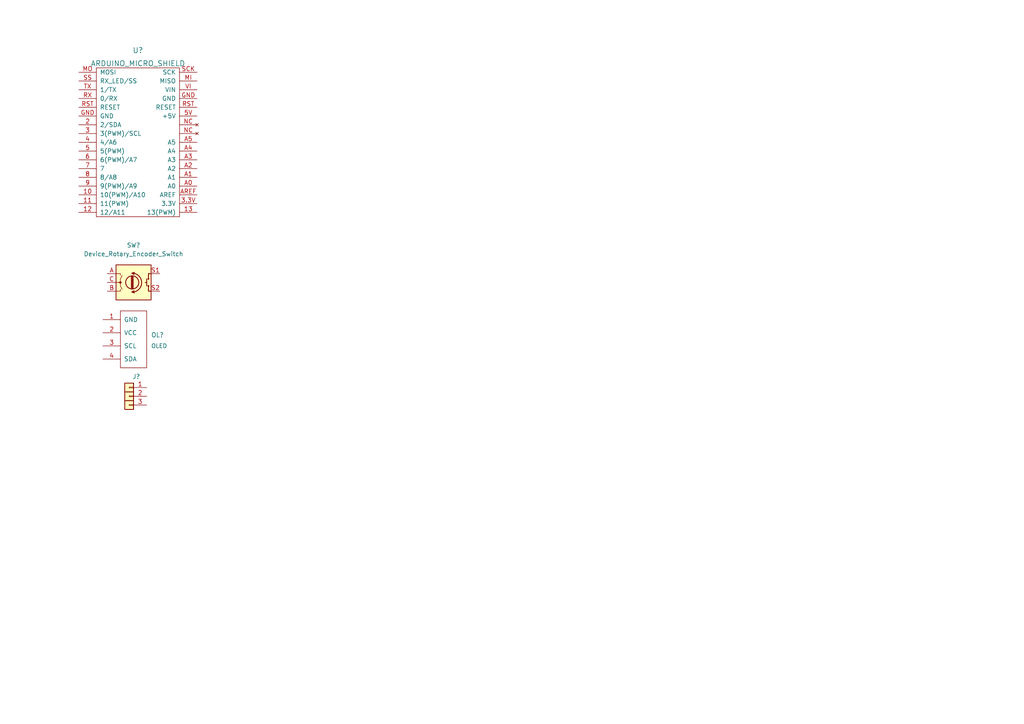
<source format=kicad_sch>
(kicad_sch (version 20211123) (generator eeschema)
  (paper "A4")
  (lib_symbols
    (symbol "Meca0:ARDUINO_MICRO_SHIELD" (pin_names (offset 1.016))
      (property "Reference" "U" (at 44.45 10.16 0))
      (property "Value" "ARDUINO_MICRO_SHIELD" (at 21.59 15.24 0))
      (symbol "ARDUINO_MICRO_SHIELD_0_1"
        (rectangle (start 0 0) (end 43.18 24.13))
      )
      (symbol "ARDUINO_MICRO_SHIELD_1_1"
        (pin bidirectional line (at 36.83 -5.08 90) (length 5.08) (name "10(PWM)/A10") (number "10"))
        (pin bidirectional line (at 39.37 -5.08 90) (length 5.08) (name "11(PWM)") (number "11"))
        (pin bidirectional line (at 41.91 -5.08 90) (length 5.08) (name "12/A11") (number "12"))
        (pin bidirectional line (at 41.91 29.21 270) (length 5.08) (name "13(PWM)") (number "13"))
        (pin bidirectional line (at 16.51 -5.08 90) (length 5.08) (name "2/SDA") (number "2"))
        (pin bidirectional line (at 19.05 -5.08 90) (length 5.08) (name "3(PWM)/SCL") (number "3"))
        (pin power_in line (at 39.37 29.21 270) (length 5.08) (name "3.3V") (number "3.3V"))
        (pin bidirectional line (at 21.59 -5.08 90) (length 5.08) (name "4/A6") (number "4"))
        (pin bidirectional line (at 24.13 -5.08 90) (length 5.08) (name "5(PWM)") (number "5"))
        (pin power_in line (at 13.97 29.21 270) (length 5.08) (name "+5V") (number "5V"))
        (pin bidirectional line (at 26.67 -5.08 90) (length 5.08) (name "6(PWM)/A7") (number "6"))
        (pin bidirectional line (at 29.21 -5.08 90) (length 5.08) (name "7") (number "7"))
        (pin bidirectional line (at 31.75 -5.08 90) (length 5.08) (name "8/A8") (number "8"))
        (pin bidirectional line (at 34.29 -5.08 90) (length 5.08) (name "9(PWM)/A9") (number "9"))
        (pin bidirectional line (at 34.29 29.21 270) (length 5.08) (name "A0") (number "A0"))
        (pin bidirectional line (at 31.75 29.21 270) (length 5.08) (name "A1") (number "A1"))
        (pin bidirectional line (at 29.21 29.21 270) (length 5.08) (name "A2") (number "A2"))
        (pin bidirectional line (at 26.67 29.21 270) (length 5.08) (name "A3") (number "A3"))
        (pin bidirectional line (at 24.13 29.21 270) (length 5.08) (name "A4") (number "A4"))
        (pin bidirectional line (at 21.59 29.21 270) (length 5.08) (name "A5") (number "A5"))
        (pin power_in line (at 36.83 29.21 270) (length 5.08) (name "AREF") (number "AREF"))
        (pin power_in line (at 8.89 29.21 270) (length 5.08) (name "GND") (number "GND"))
        (pin power_in line (at 13.97 -5.08 90) (length 5.08) (name "GND") (number "GND"))
        (pin bidirectional line (at 3.81 29.21 270) (length 5.08) (name "MISO") (number "MI"))
        (pin bidirectional line (at 1.27 -5.08 90) (length 5.08) (name "MOSI") (number "MO"))
        (pin no_connect line (at 16.51 29.21 270) (length 5.08) (name "~") (number "NC"))
        (pin no_connect line (at 19.05 29.21 270) (length 5.08) (name "~") (number "NC"))
        (pin bidirectional line (at 11.43 -5.08 90) (length 5.08) (name "RESET") (number "RST"))
        (pin bidirectional line (at 11.43 29.21 270) (length 5.08) (name "RESET") (number "RST"))
        (pin bidirectional line (at 8.89 -5.08 90) (length 5.08) (name "0/RX") (number "RX"))
        (pin bidirectional line (at 1.27 29.21 270) (length 5.08) (name "SCK") (number "SCK"))
        (pin bidirectional line (at 3.81 -5.08 90) (length 5.08) (name "RX_LED/SS") (number "SS"))
        (pin bidirectional line (at 6.35 -5.08 90) (length 5.08) (name "1/TX") (number "TX"))
        (pin power_in line (at 6.35 29.21 270) (length 5.08) (name "VIN") (number "VI"))
      )
    )
    (symbol "Meca1:OLED" (pin_names (offset 1.016))
      (property "Reference" "OL" (at 0 -8.89 0))
      (property "Value" "OLED" (at 0 -12.7 0))
      (symbol "OLED_0_1"
        (rectangle (start -3.81 8.89) (end 3.81 -7.62))
      )
      (symbol "OLED_1_1"
        (pin power_in line (at -8.89 6.35 0) (length 5.08) (name "GND") (number "1"))
        (pin power_in line (at -8.89 2.54 0) (length 5.08) (name "VCC") (number "2"))
        (pin bidirectional line (at -8.89 -1.27 0) (length 5.08) (name "SCL") (number "3"))
        (pin bidirectional line (at -8.89 -5.08 0) (length 5.08) (name "SDA") (number "4"))
      )
    )
    (symbol "Meca8:Device_Rotary_Encoder_Switch" (pin_names (offset 0.254) hide)
      (property "Reference" "SW" (at 0 6.604 0))
      (property "Value" "Device_Rotary_Encoder_Switch" (at 0 -6.604 0))
      (symbol "Device_Rotary_Encoder_Switch_0_1"
        (rectangle (start -5.08 5.08) (end 5.08 -5.08) (stroke (width 0.254)) (fill (type background)))
        (circle (center -3.81 0) (radius 0.254) (fill (type outline)))
        (arc (start -0.381 -2.794) (mid 2.3622 -0.0508) (end -0.381 2.667) (stroke (width 0.254)))
        (circle (center -0.381 0) (radius 1.905) (stroke (width 0.254)))
        (polyline (pts (xy -0.635 -1.778) (xy -0.635 1.778)) (stroke (width 0.254)))
        (polyline (pts (xy -0.381 -1.778) (xy -0.381 1.778)) (stroke (width 0.254)))
        (polyline (pts (xy -0.127 1.778) (xy -0.127 -1.778)) (stroke (width 0.254)))
        (polyline (pts (xy 3.81 0) (xy 3.429 0)) (stroke (width 0.254)))
        (polyline (pts (xy 3.81 1.016) (xy 3.81 -1.016)) (stroke (width 0.254)))
        (polyline (pts (xy -5.08 -2.54) (xy -3.81 -2.54) (xy -3.81 -2.032)))
        (polyline (pts (xy -5.08 2.54) (xy -3.81 2.54) (xy -3.81 2.032)))
        (polyline (pts (xy 0.254 -3.048) (xy -0.508 -2.794) (xy 0.127 -2.413)) (stroke (width 0.254)))
        (polyline (pts (xy 0.254 2.921) (xy -0.508 2.667) (xy 0.127 2.286)) (stroke (width 0.254)))
        (polyline (pts (xy 5.08 -2.54) (xy 4.318 -2.54) (xy 4.318 -1.016)) (stroke (width 0.254)))
        (polyline (pts (xy 5.08 2.54) (xy 4.318 2.54) (xy 4.318 1.016)) (stroke (width 0.254)))
        (polyline (pts (xy -5.08 0) (xy -3.81 0) (xy -3.81 -1.016) (xy -3.302 -2.032)))
        (polyline (pts (xy -4.318 0) (xy -3.81 0) (xy -3.81 1.016) (xy -3.302 2.032)))
        (circle (center 4.318 -1.016) (radius 0.127) (stroke (width 0.254)))
        (circle (center 4.318 1.016) (radius 0.127) (stroke (width 0.254)))
      )
      (symbol "Device_Rotary_Encoder_Switch_1_1"
        (pin passive line (at -7.62 2.54 0) (length 2.54) (name "A") (number "A"))
        (pin passive line (at -7.62 -2.54 0) (length 2.54) (name "B") (number "B"))
        (pin passive line (at -7.62 0 0) (length 2.54) (name "C") (number "C"))
        (pin passive line (at 7.62 2.54 180) (length 2.54) (name "S1") (number "S1"))
        (pin passive line (at 7.62 -2.54 180) (length 2.54) (name "S2") (number "S2"))
      )
    )
    (symbol "mech7:Lily58-rescue_LED-Lily58-cache" (pin_names (offset 1.016) hide)
      (property "Reference" "J?" (at 2.0828 5.715 0))
      (symbol "Lily58-rescue_LED-Lily58-cache_1_1"
        (rectangle (start -1.27 3.81) (end 1.27 -3.81) (stroke (width 0.254)) (fill (type background)))
        (rectangle (start 0 -2.413) (end 1.27 -2.667) (stroke (width 0.1524)))
        (polyline (pts (xy -1.27 -1.27) (xy 1.27 -1.27)) (stroke (width 0.254)))
        (polyline (pts (xy -1.27 1.27) (xy 1.27 1.27)) (stroke (width 0.254)))
        (rectangle (start 0 0.127) (end 1.27 -0.127) (stroke (width 0.1524)))
        (rectangle (start 0 2.667) (end 1.27 2.413) (stroke (width 0.1524)))
        (pin passive line (at 5.08 2.54 180) (length 3.81) (name "VCC") (number "1"))
        (pin passive line (at 5.08 0 180) (length 3.81) (name "LED") (number "2"))
        (pin passive line (at 5.08 -2.54 180) (length 3.81) (name "GND") (number "3"))
      )
    )
  )
  (symbol (lib_id "Meca1:OLED") (at 38.735 99.06 0) (unit 1)
    (property "Reference" "OL?" (at 43.815 97.155 0) (effects (font (size 1.2954 1.2954)) (justify left)))
    (property "Value" "OLED" (at 43.815 100.33 0) (effects (font (size 1.1938 1.1938)) (justify left)))
  )
  (symbol (lib_id "Meca8:Device_Rotary_Encoder_Switch") (at 38.735 81.915 0) (unit 1)
    (property "Reference" "SW?" (at 38.735 71.12 0))
    (property "Value" "Device_Rotary_Encoder_Switch" (at 38.735 73.66 0))
  )
  (symbol (lib_id "mech7:Lily58-rescue_LED-Lily58-cache") (at 37.465 114.935 0) (unit 1)
    (property "Reference" "J?" (at 39.5478 109.22 0))
    (property "Value" "LED" (effects hide))
    (property "Footprint" "Meca:StripLED_1side" (effects hide))
  )
  (symbol (lib_id "Meca0:ARDUINO_MICRO_SHIELD") (at 27.94 19.685 270) (unit 1)
    (property "Reference" "U?" (at 40.005 14.605 90) (effects (font (size 1.524 1.524))))
    (property "Value" "ARDUINO_MICRO_SHIELD" (at 40.005 18.415 90) (effects (font (size 1.524 1.524))))
  )
)
</source>
